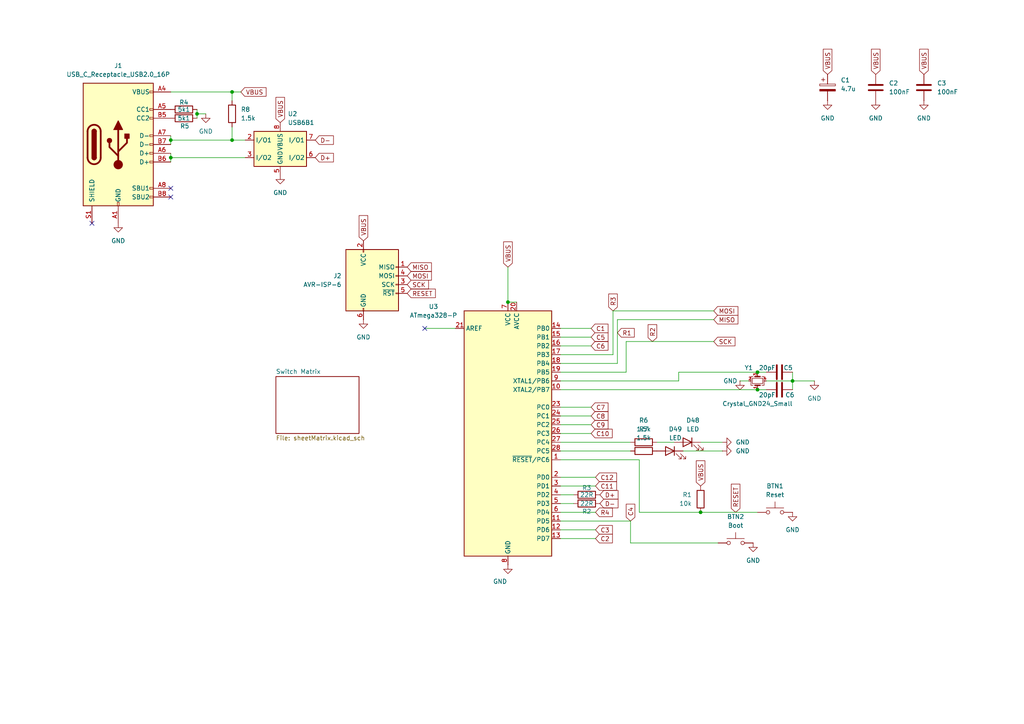
<source format=kicad_sch>
(kicad_sch (version 20250114) (generator "eeschema") (generator_version "9.0")
  (paper "A4")
  (lib_symbols
    (symbol "Connector:AVR-ISP-6" (pin_names (offset 1.016))
      (property "Reference" "J" (at -6.35 11.43 0))
      (property "Value" "AVR-ISP-6" (at 0 11.43 0))
      (symbol "AVR-ISP-6_0_1"
        (rectangle (start -2.667 10.16) (end -2.413 9.398))
        (rectangle (start -2.667 -6.858) (end -2.413 -7.62))
        (rectangle (start 7.62 10.16) (end -7.62 -7.62) (stroke (width 0.254)) (fill (type background)))
        (rectangle (start 7.62 5.207) (end 6.858 4.953))
        (rectangle (start 7.62 2.667) (end 6.858 2.413))
        (rectangle (start 7.62 0.127) (end 6.858 -0.127))
        (rectangle (start 7.62 -2.413) (end 6.858 -2.667))
      )
      (symbol "AVR-ISP-6_1_1"
        (pin passive line (at -2.54 12.7 270) (length 2.54) (name "VCC") (number "2"))
        (pin passive line (at -2.54 -10.16 90) (length 2.54) (name "GND") (number "6"))
        (pin passive line (at 10.16 5.08 180) (length 2.54) (name "MISO") (number "1"))
        (pin passive line (at 10.16 2.54 180) (length 2.54) (name "MOSI") (number "4"))
        (pin passive line (at 10.16 0 180) (length 2.54) (name "SCK") (number "3"))
        (pin passive line (at 10.16 -2.54 180) (length 2.54) (name "~{RST}") (number "5"))
      )
    )
    (symbol "Connector:USB_C_Receptacle_USB2.0_16P" (pin_names (offset 1.016))
      (property "Reference" "J" (at 0 22.225 0))
      (property "Value" "USB_C_Receptacle_USB2.0_16P" (at 0 19.685 0))
      (symbol "USB_C_Receptacle_USB2.0_16P_0_0"
        (rectangle (start -0.254 -17.78) (end 0.254 -16.764))
        (rectangle (start 10.16 15.494) (end 9.144 14.986))
        (rectangle (start 10.16 10.414) (end 9.144 9.906))
        (rectangle (start 10.16 7.874) (end 9.144 7.366))
        (rectangle (start 10.16 2.794) (end 9.144 2.286))
        (rectangle (start 10.16 0.254) (end 9.144 -0.254))
        (rectangle (start 10.16 -2.286) (end 9.144 -2.794))
        (rectangle (start 10.16 -4.826) (end 9.144 -5.334))
        (rectangle (start 10.16 -12.446) (end 9.144 -12.954))
        (rectangle (start 10.16 -14.986) (end 9.144 -15.494))
      )
      (symbol "USB_C_Receptacle_USB2.0_16P_0_1"
        (rectangle (start -10.16 17.78) (end 10.16 -17.78) (stroke (width 0.254)) (fill (type background)))
        (polyline (pts (xy -8.89 -3.81) (xy -8.89 3.81)) (stroke (width 0.508)))
        (rectangle (start -7.62 -3.81) (end -6.35 3.81) (stroke (width 0.254)) (fill (type outline)))
        (arc (start -7.62 3.81) (mid -6.985 4.4423) (end -6.35 3.81) (stroke (width 0.254)))
        (arc (start -7.62 3.81) (mid -6.985 4.4423) (end -6.35 3.81) (stroke (width 0.254)) (fill (type outline)))
        (arc (start -8.89 3.81) (mid -6.985 5.7067) (end -5.08 3.81) (stroke (width 0.508)))
        (arc (start -5.08 -3.81) (mid -6.985 -5.7067) (end -8.89 -3.81) (stroke (width 0.508)))
        (arc (start -6.35 -3.81) (mid -6.985 -4.4423) (end -7.62 -3.81) (stroke (width 0.254)))
        (arc (start -6.35 -3.81) (mid -6.985 -4.4423) (end -7.62 -3.81) (stroke (width 0.254)) (fill (type outline)))
        (polyline (pts (xy -5.08 3.81) (xy -5.08 -3.81)) (stroke (width 0.508)))
        (circle (center -2.54 1.143) (radius 0.635) (stroke (width 0.254)) (fill (type outline)))
        (polyline (pts (xy -1.27 4.318) (xy 0 6.858) (xy 1.27 4.318) (xy -1.27 4.318)) (stroke (width 0.254)) (fill (type outline)))
        (polyline (pts (xy 0 -2.032) (xy 2.54 0.508) (xy 2.54 1.778)) (stroke (width 0.508)))
        (polyline (pts (xy 0 -3.302) (xy -2.54 -0.762) (xy -2.54 0.508)) (stroke (width 0.508)))
        (polyline (pts (xy 0 -5.842) (xy 0 4.318)) (stroke (width 0.508)))
        (circle (center 0 -5.842) (radius 1.27) (fill (type outline)))
        (rectangle (start 1.905 1.778) (end 3.175 3.048) (stroke (width 0.254)) (fill (type outline)))
      )
      (symbol "USB_C_Receptacle_USB2.0_16P_1_1"
        (pin passive line (at -7.62 -22.86 90) (length 5.08) (name "SHIELD") (number "S1"))
        (pin passive line (at 0 -22.86 90) (length 5.08) (name "GND") (number "A1"))
        (pin passive line (at 0 -22.86 90) (length 5.08) (hide yes) (name "GND") (number "A12"))
        (pin passive line (at 0 -22.86 90) (length 5.08) (hide yes) (name "GND") (number "B1"))
        (pin passive line (at 0 -22.86 90) (length 5.08) (hide yes) (name "GND") (number "B12"))
        (pin passive line (at 15.24 15.24 180) (length 5.08) (name "VBUS") (number "A4"))
        (pin passive line (at 15.24 15.24 180) (length 5.08) (hide yes) (name "VBUS") (number "A9"))
        (pin passive line (at 15.24 15.24 180) (length 5.08) (hide yes) (name "VBUS") (number "B4"))
        (pin passive line (at 15.24 15.24 180) (length 5.08) (hide yes) (name "VBUS") (number "B9"))
        (pin bidirectional line (at 15.24 10.16 180) (length 5.08) (name "CC1") (number "A5"))
        (pin bidirectional line (at 15.24 7.62 180) (length 5.08) (name "CC2") (number "B5"))
        (pin bidirectional line (at 15.24 2.54 180) (length 5.08) (name "D-") (number "A7"))
        (pin bidirectional line (at 15.24 0 180) (length 5.08) (name "D-") (number "B7"))
        (pin bidirectional line (at 15.24 -2.54 180) (length 5.08) (name "D+") (number "A6"))
        (pin bidirectional line (at 15.24 -5.08 180) (length 5.08) (name "D+") (number "B6"))
        (pin bidirectional line (at 15.24 -12.7 180) (length 5.08) (name "SBU1") (number "A8"))
        (pin bidirectional line (at 15.24 -15.24 180) (length 5.08) (name "SBU2") (number "B8"))
      )
    )
    (symbol "Device:C" (pin_numbers (hide yes)) (pin_names (offset 0.254))
      (property "Reference" "C" (at 0.635 2.54 0))
      (property "Value" "C" (at 0.635 -2.54 0))
      (symbol "C_0_1"
        (polyline (pts (xy -2.032 0.762) (xy 2.032 0.762)) (stroke (width 0.508)))
        (polyline (pts (xy -2.032 -0.762) (xy 2.032 -0.762)) (stroke (width 0.508)))
      )
      (symbol "C_1_1"
        (pin passive line (at 0 3.81 270) (length 2.794) (name "~") (number "1"))
        (pin passive line (at 0 -3.81 90) (length 2.794) (name "~") (number "2"))
      )
    )
    (symbol "Device:C_Polarized" (pin_numbers (hide yes)) (pin_names (offset 0.254))
      (property "Reference" "C" (at 0.635 2.54 0))
      (property "Value" "C_Polarized" (at 0.635 -2.54 0))
      (symbol "C_Polarized_0_1"
        (rectangle (start -2.286 0.508) (end 2.286 1.016))
        (polyline (pts (xy -1.778 2.286) (xy -0.762 2.286)))
        (polyline (pts (xy -1.27 2.794) (xy -1.27 1.778)))
        (rectangle (start 2.286 -0.508) (end -2.286 -1.016) (fill (type outline)))
      )
      (symbol "C_Polarized_1_1"
        (pin passive line (at 0 3.81 270) (length 2.794) (name "~") (number "1"))
        (pin passive line (at 0 -3.81 90) (length 2.794) (name "~") (number "2"))
      )
    )
    (symbol "Device:Crystal_GND24_Small" (pin_names (offset 1.016) (hide yes))
      (property "Reference" "Y" (at 1.27 4.445 0))
      (property "Value" "Crystal_GND24_Small" (at 1.27 2.54 0))
      (symbol "Crystal_GND24_Small_0_1"
        (polyline (pts (xy -1.27 1.27) (xy -1.27 1.905) (xy 1.27 1.905) (xy 1.27 1.27)))
        (polyline (pts (xy -1.27 -0.762) (xy -1.27 0.762)) (stroke (width 0.381)))
        (polyline (pts (xy -1.27 -1.27) (xy -1.27 -1.905) (xy 1.27 -1.905) (xy 1.27 -1.27)))
        (rectangle (start -0.762 -1.524) (end 0.762 1.524))
        (polyline (pts (xy 1.27 -0.762) (xy 1.27 0.762)) (stroke (width 0.381)))
      )
      (symbol "Crystal_GND24_Small_1_1"
        (pin passive line (at -2.54 0 0) (length 1.27) (name "1") (number "1"))
        (pin passive line (at 0 2.54 270) (length 0.635) (name "4") (number "4"))
        (pin passive line (at 0 -2.54 90) (length 0.635) (name "2") (number "2"))
        (pin passive line (at 2.54 0 180) (length 1.27) (name "3") (number "3"))
      )
    )
    (symbol "Device:LED" (pin_numbers (hide yes)) (pin_names (offset 1.016) (hide yes))
      (property "Reference" "D" (at 0 2.54 0))
      (property "Value" "LED" (at 0 -2.54 0))
      (symbol "LED_0_1"
        (polyline (pts (xy -3.048 -0.762) (xy -4.572 -2.286) (xy -3.81 -2.286) (xy -4.572 -2.286) (xy -4.572 -1.524)))
        (polyline (pts (xy -1.778 -0.762) (xy -3.302 -2.286) (xy -2.54 -2.286) (xy -3.302 -2.286) (xy -3.302 -1.524)))
        (polyline (pts (xy -1.27 0) (xy 1.27 0)))
        (polyline (pts (xy -1.27 -1.27) (xy -1.27 1.27)) (stroke (width 0.254)))
        (polyline (pts (xy 1.27 -1.27) (xy 1.27 1.27) (xy -1.27 0) (xy 1.27 -1.27)) (stroke (width 0.254)))
      )
      (symbol "LED_1_1"
        (pin passive line (at -3.81 0 0) (length 2.54) (name "K") (number "1"))
        (pin passive line (at 3.81 0 180) (length 2.54) (name "A") (number "2"))
      )
    )
    (symbol "Device:R" (pin_numbers (hide yes)) (pin_names (offset 0))
      (property "Reference" "R" (at 2.032 0 90))
      (property "Value" "R" (at 0 0 90))
      (symbol "R_0_1"
        (rectangle (start -1.016 -2.54) (end 1.016 2.54) (stroke (width 0.254)))
      )
      (symbol "R_1_1"
        (pin passive line (at 0 3.81 270) (length 1.27) (name "~") (number "1"))
        (pin passive line (at 0 -3.81 90) (length 1.27) (name "~") (number "2"))
      )
    )
    (symbol "MCU_Microchip_ATmega:ATmega328-P"
      (property "Reference" "U" (at -12.7 36.83 0))
      (property "Value" "ATmega328-P" (at 2.54 -36.83 0))
      (symbol "ATmega328-P_0_1"
        (rectangle (start -12.7 -35.56) (end 12.7 35.56) (stroke (width 0.254)) (fill (type background)))
      )
      (symbol "ATmega328-P_1_1"
        (pin passive line (at -15.24 30.48 0) (length 2.54) (name "AREF") (number "21"))
        (pin power_in line (at 0 38.1 270) (length 2.54) (name "VCC") (number "7"))
        (pin passive line (at 0 -38.1 90) (length 2.54) (hide yes) (name "GND") (number "22"))
        (pin power_in line (at 0 -38.1 90) (length 2.54) (name "GND") (number "8"))
        (pin power_in line (at 2.54 38.1 270) (length 2.54) (name "AVCC") (number "20"))
        (pin bidirectional line (at 15.24 30.48 180) (length 2.54) (name "PB0") (number "14"))
        (pin bidirectional line (at 15.24 27.94 180) (length 2.54) (name "PB1") (number "15"))
        (pin bidirectional line (at 15.24 25.4 180) (length 2.54) (name "PB2") (number "16"))
        (pin bidirectional line (at 15.24 22.86 180) (length 2.54) (name "PB3") (number "17"))
        (pin bidirectional line (at 15.24 20.32 180) (length 2.54) (name "PB4") (number "18"))
        (pin bidirectional line (at 15.24 17.78 180) (length 2.54) (name "PB5") (number "19"))
        (pin bidirectional line (at 15.24 15.24 180) (length 2.54) (name "XTAL1/PB6") (number "9"))
        (pin bidirectional line (at 15.24 12.7 180) (length 2.54) (name "XTAL2/PB7") (number "10"))
        (pin bidirectional line (at 15.24 7.62 180) (length 2.54) (name "PC0") (number "23"))
        (pin bidirectional line (at 15.24 5.08 180) (length 2.54) (name "PC1") (number "24"))
        (pin bidirectional line (at 15.24 2.54 180) (length 2.54) (name "PC2") (number "25"))
        (pin bidirectional line (at 15.24 0 180) (length 2.54) (name "PC3") (number "26"))
        (pin bidirectional line (at 15.24 -2.54 180) (length 2.54) (name "PC4") (number "27"))
        (pin bidirectional line (at 15.24 -5.08 180) (length 2.54) (name "PC5") (number "28"))
        (pin bidirectional line (at 15.24 -7.62 180) (length 2.54) (name "~{RESET}/PC6") (number "1"))
        (pin bidirectional line (at 15.24 -12.7 180) (length 2.54) (name "PD0") (number "2"))
        (pin bidirectional line (at 15.24 -15.24 180) (length 2.54) (name "PD1") (number "3"))
        (pin bidirectional line (at 15.24 -17.78 180) (length 2.54) (name "PD2") (number "4"))
        (pin bidirectional line (at 15.24 -20.32 180) (length 2.54) (name "PD3") (number "5"))
        (pin bidirectional line (at 15.24 -22.86 180) (length 2.54) (name "PD4") (number "6"))
        (pin bidirectional line (at 15.24 -25.4 180) (length 2.54) (name "PD5") (number "11"))
        (pin bidirectional line (at 15.24 -27.94 180) (length 2.54) (name "PD6") (number "12"))
        (pin bidirectional line (at 15.24 -30.48 180) (length 2.54) (name "PD7") (number "13"))
      )
    )
    (symbol "Power_Protection:USB6B1"
      (property "Reference" "U" (at 6.35 6.35 0))
      (property "Value" "USB6B1" (at 5.08 -6.35 0))
      (symbol "USB6B1_0_1"
        (rectangle (start -7.62 -5.08) (end 7.62 5.08) (stroke (width 0.254)) (fill (type background)))
      )
      (symbol "USB6B1_1_1"
        (pin passive line (at -10.16 2.54 0) (length 2.54) (name "I/O1") (number "2"))
        (pin passive line (at -10.16 -2.54 0) (length 2.54) (name "I/O2") (number "3"))
        (pin passive line (at 0 7.62 270) (length 2.54) (hide yes) (name "VBUS") (number "1"))
        (pin passive line (at 0 7.62 270) (length 2.54) (name "VBUS") (number "8"))
        (pin passive line (at 0 -7.62 90) (length 2.54) (hide yes) (name "GND") (number "4"))
        (pin passive line (at 0 -7.62 90) (length 2.54) (name "GND") (number "5"))
        (pin passive line (at 10.16 2.54 180) (length 2.54) (name "I/O1") (number "7"))
        (pin passive line (at 10.16 -2.54 180) (length 2.54) (name "I/O2") (number "6"))
      )
    )
    (symbol "Switch:SW_Push" (pin_numbers (hide yes)) (pin_names (offset 1.016) (hide yes))
      (property "Reference" "SW" (at 1.27 2.54 0))
      (property "Value" "SW_Push" (at 0 -1.524 0))
      (symbol "SW_Push_0_1"
        (circle (center -2.032 0) (radius 0.508))
        (polyline (pts (xy 0 1.27) (xy 0 3.048)))
        (circle (center 2.032 0) (radius 0.508))
        (polyline (pts (xy 2.54 1.27) (xy -2.54 1.27)))
        (pin passive line (at -5.08 0 0) (length 2.54) (name "1") (number "1"))
        (pin passive line (at 5.08 0 180) (length 2.54) (name "2") (number "2"))
      )
    )
    (symbol "power:GND" (power) (pin_numbers (hide yes)) (pin_names (offset 0) (hide yes))
      (property "Value" "GND" (at 0 -3.81 0))
      (symbol "GND_0_1"
        (polyline (pts (xy 0 0) (xy 0 -1.27) (xy 1.27 -1.27) (xy 0 -2.54) (xy -1.27 -1.27) (xy 0 -1.27)))
      )
      (symbol "GND_1_1"
        (pin power_in line (at 0 0 270) (length 0) (name "~") (number "1"))
      )
    )
  )
  (junction (at 49.53 40.64))
  (junction (at 147.32 87.63))
  (junction (at 229.87 110.49))
  (junction (at 203.2 148.59))
  (junction (at 67.31 40.64))
  (junction (at 49.53 45.72))
  (junction (at 219.71 107.95))
  (junction (at 67.31 26.67))
  (junction (at 57.15 33.02))
  (junction (at 219.71 113.03))
  (no_connect (at 26.67 64.77))
  (no_connect (at 49.53 57.15))
  (no_connect (at 49.53 54.61))
  (no_connect (at 123.19 95.25))
  (wire (pts (xy 166.37 146.05) (xy 162.56 146.05)))
  (wire (pts (xy 49.53 45.72) (xy 49.53 46.99)))
  (wire (pts (xy 196.85 107.95) (xy 219.71 107.95)))
  (wire (pts (xy 162.56 100.33) (xy 171.45 100.33)))
  (wire (pts (xy 185.42 148.59) (xy 185.42 133.35)))
  (wire (pts (xy 49.53 44.45) (xy 49.53 45.72)))
  (wire (pts (xy 222.25 107.95) (xy 219.71 107.95)))
  (wire (pts (xy 219.71 148.59) (xy 203.2 148.59)))
  (wire (pts (xy 182.88 157.48) (xy 182.88 151.13)))
  (wire (pts (xy 162.56 148.59) (xy 172.72 148.59)))
  (wire (pts (xy 69.85 26.67) (xy 67.31 26.67)))
  (wire (pts (xy 177.8 90.17) (xy 207.01 90.17)))
  (wire (pts (xy 162.56 123.19) (xy 171.45 123.19)))
  (wire (pts (xy 162.56 113.03) (xy 219.71 113.03)))
  (wire (pts (xy 162.56 118.11) (xy 171.45 118.11)))
  (wire (pts (xy 162.56 156.21) (xy 172.72 156.21)))
  (wire (pts (xy 67.31 26.67) (xy 49.53 26.67)))
  (wire (pts (xy 162.56 102.87) (xy 177.8 102.87)))
  (wire (pts (xy 236.22 110.49) (xy 229.87 110.49)))
  (wire (pts (xy 162.56 97.79) (xy 171.45 97.79)))
  (wire (pts (xy 179.07 92.71) (xy 179.07 105.41)))
  (wire (pts (xy 181.61 107.95) (xy 162.56 107.95)))
  (wire (pts (xy 162.56 105.41) (xy 179.07 105.41)))
  (wire (pts (xy 49.53 40.64) (xy 49.53 41.91)))
  (wire (pts (xy 222.25 110.49) (xy 229.87 110.49)))
  (wire (pts (xy 162.56 153.67) (xy 172.72 153.67)))
  (wire (pts (xy 123.19 95.25) (xy 132.08 95.25)))
  (wire (pts (xy 196.85 107.95) (xy 196.85 110.49)))
  (wire (pts (xy 190.5 128.27) (xy 195.58 128.27)))
  (wire (pts (xy 67.31 26.67) (xy 67.31 29.21)))
  (wire (pts (xy 222.25 113.03) (xy 219.71 113.03)))
  (wire (pts (xy 162.56 140.97) (xy 172.72 140.97)))
  (wire (pts (xy 182.88 157.48) (xy 208.28 157.48)))
  (wire (pts (xy 57.15 33.02) (xy 59.69 33.02)))
  (wire (pts (xy 162.56 120.65) (xy 171.45 120.65)))
  (wire (pts (xy 217.17 110.49) (xy 214.63 110.49)))
  (wire (pts (xy 162.56 138.43) (xy 172.72 138.43)))
  (wire (pts (xy 179.07 92.71) (xy 207.01 92.71)))
  (wire (pts (xy 162.56 151.13) (xy 182.88 151.13)))
  (wire (pts (xy 229.87 107.95) (xy 229.87 110.49)))
  (wire (pts (xy 49.53 45.72) (xy 71.12 45.72)))
  (wire (pts (xy 162.56 95.25) (xy 171.45 95.25)))
  (wire (pts (xy 185.42 148.59) (xy 203.2 148.59)))
  (wire (pts (xy 67.31 36.83) (xy 67.31 40.64)))
  (wire (pts (xy 162.56 110.49) (xy 196.85 110.49)))
  (wire (pts (xy 166.37 143.51) (xy 162.56 143.51)))
  (wire (pts (xy 162.56 128.27) (xy 182.88 128.27)))
  (wire (pts (xy 203.2 128.27) (xy 209.55 128.27)))
  (wire (pts (xy 57.15 33.02) (xy 57.15 34.29)))
  (wire (pts (xy 147.32 87.63) (xy 149.86 87.63)))
  (wire (pts (xy 67.31 40.64) (xy 71.12 40.64)))
  (wire (pts (xy 177.8 102.87) (xy 177.8 90.17)))
  (wire (pts (xy 49.53 40.64) (xy 67.31 40.64)))
  (wire (pts (xy 198.12 130.81) (xy 209.55 130.81)))
  (wire (pts (xy 147.32 77.47) (xy 147.32 87.63)))
  (wire (pts (xy 57.15 31.75) (xy 57.15 33.02)))
  (wire (pts (xy 185.42 133.35) (xy 162.56 133.35)))
  (wire (pts (xy 162.56 130.81) (xy 182.88 130.81)))
  (wire (pts (xy 229.87 110.49) (xy 229.87 113.03)))
  (wire (pts (xy 49.53 39.37) (xy 49.53 40.64)))
  (wire (pts (xy 181.61 99.06) (xy 207.01 99.06)))
  (wire (pts (xy 162.56 125.73) (xy 171.45 125.73)))
  (wire (pts (xy 181.61 99.06) (xy 181.61 107.95)))
  (global_label "MOSI" (shape input) (at 118.11 80.01 0) (property "Intersheetrefs" "${INTERSHEET_REFS}" (effects (hide yes))))
  (global_label "D+" (shape input) (at 91.44 45.72 0) (property "Intersheetrefs" "${INTERSHEET_REFS}" (effects (hide yes))))
  (global_label "RESET" (shape input) (at 213.36 148.59 90) (property "Intersheetrefs" "${INTERSHEET_REFS}" (effects (hide yes))))
  (global_label "VBUS" (shape input) (at 81.28 35.56 90) (property "Intersheetrefs" "${INTERSHEET_REFS}" (effects (hide yes))))
  (global_label "C2" (shape input) (at 172.72 156.21 0) (property "Intersheetrefs" "${INTERSHEET_REFS}" (effects (hide yes))))
  (global_label "MISO" (shape input) (at 207.01 92.71 0) (property "Intersheetrefs" "${INTERSHEET_REFS}" (effects (hide yes))))
  (global_label "VBUS" (shape input) (at 203.2 140.97 90) (property "Intersheetrefs" "${INTERSHEET_REFS}" (effects (hide yes))))
  (global_label "VBUS" (shape input) (at 240.03 21.59 90) (property "Intersheetrefs" "${INTERSHEET_REFS}" (effects (hide yes))))
  (global_label "R1" (shape input) (at 179.07 96.52 0) (property "Intersheetrefs" "${INTERSHEET_REFS}" (effects (hide yes))))
  (global_label "C4" (shape input) (at 182.88 151.13 90) (property "Intersheetrefs" "${INTERSHEET_REFS}" (effects (hide yes))))
  (global_label "SCK" (shape input) (at 118.11 82.55 0) (property "Intersheetrefs" "${INTERSHEET_REFS}" (effects (hide yes))))
  (global_label "C1" (shape input) (at 171.45 95.25 0) (property "Intersheetrefs" "${INTERSHEET_REFS}" (effects (hide yes))))
  (global_label "VBUS" (shape input) (at 69.85 26.67 0) (property "Intersheetrefs" "${INTERSHEET_REFS}" (effects (hide yes))))
  (global_label "C6" (shape input) (at 171.45 100.33 0) (property "Intersheetrefs" "${INTERSHEET_REFS}" (effects (hide yes))))
  (global_label "D-" (shape input) (at 91.44 40.64 0) (property "Intersheetrefs" "${INTERSHEET_REFS}" (effects (hide yes))))
  (global_label "D-" (shape input) (at 173.99 146.05 0) (property "Intersheetrefs" "${INTERSHEET_REFS}" (effects (hide yes))))
  (global_label "C12" (shape input) (at 172.72 138.43 0) (property "Intersheetrefs" "${INTERSHEET_REFS}" (effects (hide yes))))
  (global_label "C7" (shape input) (at 171.45 118.11 0) (property "Intersheetrefs" "${INTERSHEET_REFS}" (effects (hide yes))))
  (global_label "VBUS" (shape input) (at 267.97 21.59 90) (property "Intersheetrefs" "${INTERSHEET_REFS}" (effects (hide yes))))
  (global_label "MISO" (shape input) (at 118.11 77.47 0) (property "Intersheetrefs" "${INTERSHEET_REFS}" (effects (hide yes))))
  (global_label "MOSI" (shape input) (at 207.01 90.17 0) (property "Intersheetrefs" "${INTERSHEET_REFS}" (effects (hide yes))))
  (global_label "C8" (shape input) (at 171.45 120.65 0) (property "Intersheetrefs" "${INTERSHEET_REFS}" (effects (hide yes))))
  (global_label "C5" (shape input) (at 171.45 97.79 0) (property "Intersheetrefs" "${INTERSHEET_REFS}" (effects (hide yes))))
  (global_label "C11" (shape input) (at 172.72 140.97 0) (property "Intersheetrefs" "${INTERSHEET_REFS}" (effects (hide yes))))
  (global_label "RESET" (shape input) (at 118.11 85.09 0) (property "Intersheetrefs" "${INTERSHEET_REFS}" (effects (hide yes))))
  (global_label "VBUS" (shape input) (at 254 21.59 90) (property "Intersheetrefs" "${INTERSHEET_REFS}" (effects (hide yes))))
  (global_label "D+" (shape input) (at 173.99 143.51 0) (property "Intersheetrefs" "${INTERSHEET_REFS}" (effects (hide yes))))
  (global_label "C9" (shape input) (at 171.45 123.19 0) (property "Intersheetrefs" "${INTERSHEET_REFS}" (effects (hide yes))))
  (global_label "C10" (shape input) (at 171.45 125.73 0) (property "Intersheetrefs" "${INTERSHEET_REFS}" (effects (hide yes))))
  (global_label "R2" (shape input) (at 189.23 99.06 90) (property "Intersheetrefs" "${INTERSHEET_REFS}" (effects (hide yes))))
  (global_label "VBUS" (shape input) (at 105.41 69.85 90) (property "Intersheetrefs" "${INTERSHEET_REFS}" (effects (hide yes))))
  (global_label "VBUS" (shape input) (at 147.32 77.47 90) (property "Intersheetrefs" "${INTERSHEET_REFS}" (effects (hide yes))))
  (global_label "R4" (shape input) (at 172.72 148.59 0) (property "Intersheetrefs" "${INTERSHEET_REFS}" (effects (hide yes))))
  (global_label "R3" (shape input) (at 177.8 90.17 90) (property "Intersheetrefs" "${INTERSHEET_REFS}" (effects (hide yes))))
  (global_label "C3" (shape input) (at 172.72 153.67 0) (property "Intersheetrefs" "${INTERSHEET_REFS}" (effects (hide yes))))
  (global_label "SCK" (shape input) (at 207.01 99.06 0) (property "Intersheetrefs" "${INTERSHEET_REFS}" (effects (hide yes))))
  (symbol (lib_id "power:GND") (at 254 29.21 0) (unit 1)
    (property "Reference" "#PWR06" (effects (hide yes)))
    (property "Value" "GND" (at 254 34.29 0))
    (property "Description" "Power symbol creates a global label with name \"GND\" , ground" (effects (hide yes)))
  )
  (symbol (lib_id "power:GND") (at 59.69 33.02 0) (unit 1)
    (property "Reference" "#PWR011" (effects (hide yes)))
    (property "Value" "GND" (at 59.69 38.1 0))
    (property "Description" "Power symbol creates a global label with name \"GND\" , ground" (effects (hide yes)))
  )
  (symbol (lib_id "power:GND") (at 209.55 130.81 90) (mirror x) (unit 1)
    (property "Reference" "#PWR09" (effects (hide yes)))
    (property "Value" "GND" (at 213.36 130.8099 90) (effects (justify right)))
    (property "Description" "Power symbol creates a global label with name \"GND\" , ground" (effects (hide yes)))
  )
  (symbol (lib_id "power:GND") (at 267.97 29.21 0) (unit 1)
    (property "Reference" "#PWR07" (effects (hide yes)))
    (property "Value" "GND" (at 267.97 34.29 0))
    (property "Description" "Power symbol creates a global label with name \"GND\" , ground" (effects (hide yes)))
  )
  (symbol (lib_id "Device:C") (at 226.06 107.95 270) (mirror x) (unit 1)
    (property "Reference" "C5" (at 228.6 106.68 90))
    (property "Value" "20pF" (at 222.504 106.68 90))
    (property "Footprint" "Capacitor_THT:C_Disc_D4.7mm_W2.5mm_P5.00mm" (effects (hide yes)))
    (property "Description" "Unpolarized capacitor" (effects (hide yes)))
  )
  (symbol (lib_id "Device:R") (at 203.2 144.78 0) (mirror y) (unit 1)
    (property "Reference" "R1" (at 200.66 143.5099 0) (effects (justify left)))
    (property "Value" "10k" (at 200.66 146.0499 0) (effects (justify left)))
    (property "Footprint" "Resistor_THT:R_Axial_DIN0207_L6.3mm_D2.5mm_P10.16mm_Horizontal" (effects (hide yes)))
    (property "Description" "Resistor" (effects (hide yes)))
  )
  (symbol (lib_id "power:GND") (at 214.63 110.49 0) (mirror y) (unit 1)
    (property "Reference" "#PWR03" (effects (hide yes)))
    (property "Value" "GND" (at 211.836 110.49 0))
    (property "Description" "Power symbol creates a global label with name \"GND\" , ground" (effects (hide yes)))
  )
  (symbol (lib_id "power:GND") (at 147.32 163.83 0) (unit 1)
    (property "Reference" "#PWR08" (effects (hide yes)))
    (property "Value" "GND" (at 145.034 168.656 0))
    (property "Description" "Power symbol creates a global label with name \"GND\" , ground" (effects (hide yes)))
  )
  (symbol (lib_id "Switch:SW_Push") (at 224.79 148.59 0) (mirror y) (unit 1)
    (property "Reference" "BTN1" (at 224.79 140.97 0))
    (property "Value" "Reset" (at 224.79 143.51 0))
    (property "Footprint" "Button_Switch_THT:SW_PUSH_6mm" (effects (hide yes)))
    (property "Description" "Push button switch, generic, two pins" (effects (hide yes)))
  )
  (symbol (lib_id "Device:LED") (at 194.31 130.81 0) (mirror y) (unit 1)
    (property "Reference" "D49" (at 195.8975 124.46 0))
    (property "Value" "LED" (at 195.8975 127 0))
    (property "Footprint" "LED_THT:LED_D3.0mm" (effects (hide yes)))
    (property "Description" "Light emitting diode" (effects (hide yes)))
  )
  (symbol (lib_id "power:GND") (at 236.22 110.49 0) (mirror y) (unit 1)
    (property "Reference" "#PWR04" (effects (hide yes)))
    (property "Value" "GND" (at 236.22 115.57 0))
    (property "Description" "Power symbol creates a global label with name \"GND\" , ground" (effects (hide yes)))
  )
  (symbol (lib_id "Device:R") (at 186.69 130.81 90) (unit 1)
    (property "Reference" "R7" (at 186.69 124.46 90))
    (property "Value" "1.5k" (at 186.69 127 90))
    (property "Footprint" "Resistor_THT:R_Axial_DIN0207_L6.3mm_D2.5mm_P10.16mm_Horizontal" (effects (hide yes)))
    (property "Description" "Resistor" (effects (hide yes)))
  )
  (symbol (lib_id "Device:LED") (at 199.39 128.27 0) (mirror y) (unit 1)
    (property "Reference" "D48" (at 200.9775 121.92 0))
    (property "Value" "LED" (at 200.9775 124.46 0))
    (property "Footprint" "LED_THT:LED_D3.0mm" (effects (hide yes)))
    (property "Description" "Light emitting diode" (effects (hide yes)))
  )
  (symbol (lib_id "Connector:AVR-ISP-6") (at 107.95 82.55 0) (unit 1)
    (property "Reference" "J2" (at 99.06 80.0099 0) (effects (justify right)))
    (property "Value" "AVR-ISP-6" (at 99.06 82.5499 0) (effects (justify right)))
    (property "Footprint" "Connector_PinHeader_2.54mm:PinHeader_2x03_P2.54mm_Vertical" (effects (hide yes)))
    (property "Description" "Atmel 6-pin ISP connector" (effects (hide yes)))
  )
  (symbol (lib_id "power:GND") (at 229.87 148.59 0) (mirror y) (unit 1)
    (property "Reference" "#PWR02" (effects (hide yes)))
    (property "Value" "GND" (at 229.87 153.67 0))
    (property "Description" "Power symbol creates a global label with name \"GND\" , ground" (effects (hide yes)))
  )
  (symbol (lib_id "Device:R") (at 53.34 34.29 90) (unit 1)
    (property "Reference" "R5" (at 53.594 36.576 90))
    (property "Value" "5k1" (at 53.34 34.29 90))
    (property "Footprint" "Resistor_THT:R_Axial_DIN0207_L6.3mm_D2.5mm_P10.16mm_Horizontal" (effects (hide yes)))
    (property "Description" "Resistor" (effects (hide yes)))
  )
  (symbol (lib_id "power:GND") (at 105.41 92.71 0) (unit 1)
    (property "Reference" "#PWR013" (effects (hide yes)))
    (property "Value" "GND" (at 105.41 97.79 0))
    (property "Description" "Power symbol creates a global label with name \"GND\" , ground" (effects (hide yes)))
  )
  (symbol (lib_id "Device:R") (at 53.34 31.75 90) (unit 1)
    (property "Reference" "R4" (at 53.34 29.718 90))
    (property "Value" "5k1" (at 53.34 31.75 90))
    (property "Footprint" "Resistor_THT:R_Axial_DIN0207_L6.3mm_D2.5mm_P10.16mm_Horizontal" (effects (hide yes)))
    (property "Description" "Resistor" (effects (hide yes)))
  )
  (symbol (lib_id "Device:R") (at 67.31 33.02 0) (unit 1)
    (property "Reference" "R8" (at 69.85 31.7499 0) (effects (justify left)))
    (property "Value" "1.5k" (at 69.85 34.2899 0) (effects (justify left)))
    (property "Footprint" "Resistor_THT:R_Axial_DIN0207_L6.3mm_D2.5mm_P10.16mm_Horizontal" (effects (hide yes)))
    (property "Description" "Resistor" (effects (hide yes)))
  )
  (symbol (lib_id "Device:R") (at 170.18 146.05 270) (mirror x) (unit 1)
    (property "Reference" "R2" (at 170.18 148.336 90))
    (property "Value" "22R" (at 170.18 146.05 90))
    (property "Footprint" "Resistor_THT:R_Axial_DIN0207_L6.3mm_D2.5mm_P10.16mm_Horizontal" (effects (hide yes)))
    (property "Description" "Resistor" (effects (hide yes)))
  )
  (symbol (lib_id "Power_Protection:USB6B1") (at 81.28 43.18 0) (unit 1)
    (property "Reference" "U2" (at 83.4741 33.02 0) (effects (justify left)))
    (property "Value" "USB6B1" (at 83.4741 35.56 0) (effects (justify left)))
    (property "Footprint" "Package_SO:SOIC-8_3.9x4.9mm_P1.27mm" (effects (hide yes)))
    (property "Datasheet" "http://www.st.com/content/ccc/resource/technical/document/datasheet/3e/ec/b2/54/b2/76/47/90/CD00001361.pdf/files/CD00001361.pdf/jcr:content/translations/en.CD00001361.pdf" (effects (hide yes)))
    (property "Description" "5V Data line protection" (effects (hide yes)))
  )
  (symbol (lib_id "power:GND") (at 240.03 29.21 0) (unit 1)
    (property "Reference" "#PWR05" (effects (hide yes)))
    (property "Value" "GND" (at 240.03 34.29 0))
    (property "Description" "Power symbol creates a global label with name \"GND\" , ground" (effects (hide yes)))
  )
  (symbol (lib_id "power:GND") (at 218.44 157.48 0) (mirror y) (unit 1)
    (property "Reference" "#PWR014" (effects (hide yes)))
    (property "Value" "GND" (at 218.44 162.56 0))
    (property "Description" "Power symbol creates a global label with name \"GND\" , ground" (effects (hide yes)))
  )
  (symbol (lib_id "Switch:SW_Push") (at 213.36 157.48 0) (mirror y) (unit 1)
    (property "Reference" "BTN2" (at 213.36 149.86 0))
    (property "Value" "Boot" (at 213.36 152.4 0))
    (property "Footprint" "Button_Switch_THT:SW_PUSH_6mm" (effects (hide yes)))
    (property "Description" "Push button switch, generic, two pins" (effects (hide yes)))
  )
  (symbol (lib_id "Connector:USB_C_Receptacle_USB2.0_16P") (at 34.29 41.91 0) (unit 1)
    (property "Reference" "J1" (at 34.29 19.05 0))
    (property "Value" "USB_C_Receptacle_USB2.0_16P" (at 34.29 21.59 0))
    (property "Footprint" "Connector_USB:USB_C_Receptacle_XKB_U262-16XN-4BVC11" (effects (hide yes)))
    (property "Datasheet" "https://www.usb.org/sites/default/files/documents/usb_type-c.zip" (effects (hide yes)))
    (property "Description" "USB 2.0-only 16P Type-C Receptacle connector" (effects (hide yes)))
  )
  (symbol (lib_id "MCU_Microchip_ATmega:ATmega328-P") (at 147.32 125.73 0) (unit 1)
    (property "Reference" "U3" (at 125.73 88.9314 0))
    (property "Value" "ATmega328-P" (at 125.73 91.4714 0))
    (property "Footprint" "Package_DIP:DIP-28_W7.62mm" (effects (hide yes)))
    (property "Datasheet" "http://ww1.microchip.com/downloads/en/DeviceDoc/ATmega328_P%20AVR%20MCU%20with%20picoPower%20Technology%20Data%20Sheet%2040001984A.pdf" (effects (hide yes)))
    (property "Description" "20MHz, 32kB Flash, 2kB SRAM, 1kB EEPROM, DIP-28" (effects (hide yes)))
  )
  (symbol (lib_id "power:GND") (at 34.29 64.77 0) (unit 1)
    (property "Reference" "#PWR010" (effects (hide yes)))
    (property "Value" "GND" (at 34.29 69.85 0))
    (property "Description" "Power symbol creates a global label with name \"GND\" , ground" (effects (hide yes)))
  )
  (symbol (lib_id "Device:R") (at 186.69 128.27 90) (unit 1)
    (property "Reference" "R6" (at 186.69 121.92 90))
    (property "Value" "1.5k" (at 186.69 124.46 90))
    (property "Footprint" "Resistor_THT:R_Axial_DIN0207_L6.3mm_D2.5mm_P10.16mm_Horizontal" (effects (hide yes)))
    (property "Description" "Resistor" (effects (hide yes)))
  )
  (symbol (lib_id "Device:C") (at 226.06 113.03 270) (mirror x) (unit 1)
    (property "Reference" "C6" (at 229.108 114.554 90))
    (property "Value" "20pF" (at 222.504 114.554 90))
    (property "Footprint" "Capacitor_THT:C_Disc_D4.7mm_W2.5mm_P5.00mm" (effects (hide yes)))
    (property "Description" "Unpolarized capacitor" (effects (hide yes)))
  )
  (symbol (lib_id "power:GND") (at 209.55 128.27 90) (mirror x) (unit 1)
    (property "Reference" "#PWR01" (effects (hide yes)))
    (property "Value" "GND" (at 213.36 128.2699 90) (effects (justify right)))
    (property "Description" "Power symbol creates a global label with name \"GND\" , ground" (effects (hide yes)))
  )
  (symbol (lib_id "Device:C_Polarized") (at 240.03 25.4 0) (unit 1)
    (property "Reference" "C1" (at 243.84 23.2409 0) (effects (justify left)))
    (property "Value" "4.7u" (at 243.84 25.7809 0) (effects (justify left)))
    (property "Footprint" "Capacitor_THT:CP_Radial_D4.0mm_P1.50mm" (effects (hide yes)))
    (property "Description" "Polarized capacitor" (effects (hide yes)))
  )
  (symbol (lib_id "Device:R") (at 170.18 143.51 270) (mirror x) (unit 1)
    (property "Reference" "R3" (at 170.18 141.478 90))
    (property "Value" "22R" (at 170.18 143.51 90))
    (property "Footprint" "Resistor_THT:R_Axial_DIN0207_L6.3mm_D2.5mm_P10.16mm_Horizontal" (effects (hide yes)))
    (property "Description" "Resistor" (effects (hide yes)))
  )
  (symbol (lib_id "Device:C") (at 254 25.4 0) (unit 1)
    (property "Reference" "C2" (at 257.81 24.1299 0) (effects (justify left)))
    (property "Value" "100nF" (at 257.81 26.6699 0) (effects (justify left)))
    (property "Footprint" "Capacitor_THT:C_Disc_D4.7mm_W2.5mm_P5.00mm" (effects (hide yes)))
    (property "Description" "Unpolarized capacitor" (effects (hide yes)))
  )
  (symbol (lib_id "power:GND") (at 81.28 50.8 0) (unit 1)
    (property "Reference" "#PWR012" (effects (hide yes)))
    (property "Value" "GND" (at 81.28 55.88 0))
    (property "Description" "Power symbol creates a global label with name \"GND\" , ground" (effects (hide yes)))
  )
  (symbol (lib_id "Device:C") (at 267.97 25.4 0) (unit 1)
    (property "Reference" "C3" (at 271.78 24.1299 0) (effects (justify left)))
    (property "Value" "100nF" (at 271.78 26.6699 0) (effects (justify left)))
    (property "Footprint" "Capacitor_THT:C_Disc_D4.7mm_W2.5mm_P5.00mm" (effects (hide yes)))
    (property "Description" "Unpolarized capacitor" (effects (hide yes)))
  )
  (symbol (lib_id "Device:Crystal_GND24_Small") (at 219.71 110.49 270) (mirror x) (unit 1)
    (property "Reference" "Y1" (at 217.17 106.68 90))
    (property "Value" "Crystal_GND24_Small" (at 219.71 117.094 90))
    (property "Footprint" "Crystal:Crystal_HC18-U_Vertical" (effects (hide yes)))
    (property "Description" "Four pin crystal, GND on pins 2 and 4, small symbol" (effects (hide yes)))
  )
  (sheet (at 80.01 109.22) (size 24.13 16.51) (stroke (width 0.1524))
    (property "Sheetname" "Switch Matrix" (at 80.01 108.5084 0) (effects (justify left bottom)))
    (property "Sheetfile" "sheetMatrix.kicad_sch" (at 80.01 126.3146 0) (effects (justify left top)))
  )
)
</source>
